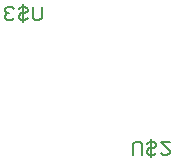
<source format=gbr>
G04 EAGLE Gerber X2 export*
G04 #@! %TF.Part,Single*
G04 #@! %TF.FileFunction,Legend,Bot,1*
G04 #@! %TF.FilePolarity,Positive*
G04 #@! %TF.GenerationSoftware,Autodesk,EAGLE,9.0.0*
G04 #@! %TF.CreationDate,2019-08-08T19:13:39Z*
G75*
%MOMM*%
%FSLAX34Y34*%
%LPD*%
%AMOC8*
5,1,8,0,0,1.08239X$1,22.5*%
G01*
%ADD10C,0.127000*%


D10*
X140335Y114925D02*
X140335Y124458D01*
X142242Y126365D01*
X146055Y126365D01*
X147962Y124458D01*
X147962Y114925D01*
X152029Y124458D02*
X153936Y126365D01*
X157749Y126365D01*
X159655Y124458D01*
X159655Y122552D01*
X157749Y120645D01*
X153936Y120645D01*
X152029Y118739D01*
X152029Y116832D01*
X153936Y114925D01*
X157749Y114925D01*
X159655Y116832D01*
X155842Y113019D02*
X155842Y128272D01*
X163723Y126365D02*
X171349Y126365D01*
X163723Y126365D02*
X171349Y118739D01*
X171349Y116832D01*
X169443Y114925D01*
X165630Y114925D01*
X163723Y116832D01*
X62865Y231142D02*
X62865Y240675D01*
X62865Y231142D02*
X60958Y229235D01*
X57145Y229235D01*
X55239Y231142D01*
X55239Y240675D01*
X51171Y231142D02*
X49264Y229235D01*
X45451Y229235D01*
X43545Y231142D01*
X43545Y233048D01*
X45451Y234955D01*
X49264Y234955D01*
X51171Y236862D01*
X51171Y238768D01*
X49264Y240675D01*
X45451Y240675D01*
X43545Y238768D01*
X47358Y242581D02*
X47358Y227328D01*
X39477Y238768D02*
X37570Y240675D01*
X33757Y240675D01*
X31851Y238768D01*
X31851Y236862D01*
X33757Y234955D01*
X35664Y234955D01*
X33757Y234955D02*
X31851Y233048D01*
X31851Y231142D01*
X33757Y229235D01*
X37570Y229235D01*
X39477Y231142D01*
M02*

</source>
